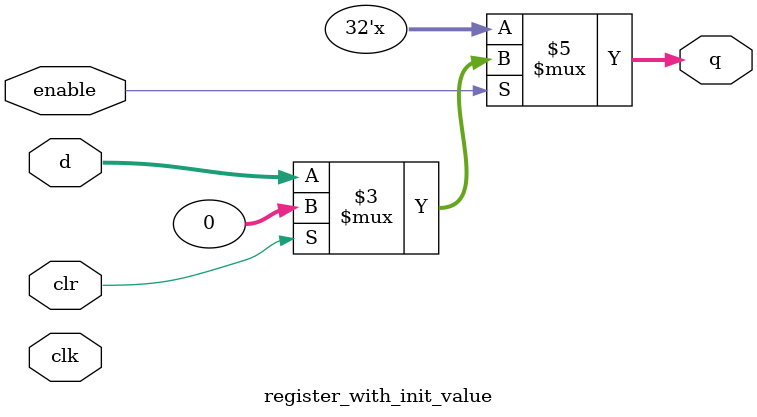
<source format=v>
module register_with_init_value(
	input wire clk,
	input wire clr, 
	input wire enable,
	input wire [31:0] d,
	output reg [31:0] q
	);

	initial q = 32'b11111111;
	
	always@(clk) 
	begin
		if(enable) begin
			q[31:0] <= d[31:0];
			if (clr) begin
				q[31:0] <= 32'b0;
			end
		end
	end
	
endmodule

</source>
